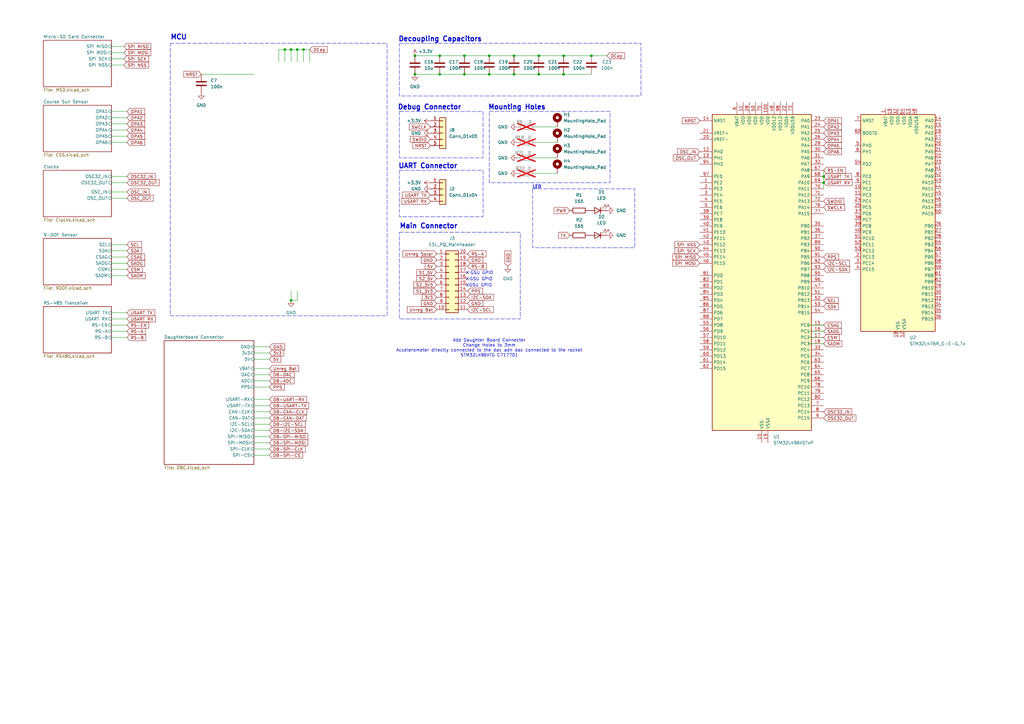
<source format=kicad_sch>
(kicad_sch (version 20231120) (generator "eeschema") (generator_version "8.0")
  (paper "A3")
  (title_block (title "ADCS OBC") (date "2024-04-18") (rev "V1") (comment 1 "22619291") (comment 2 "DP Theron"))
  (lib_symbols
    (symbol "+3.3V_1" (power) (pin_numbers hide) (pin_names (offset 0) hide)
      (property "Value" "+3.3V" (at 0 3.556 0))
      (symbol "+3.3V_1_1_1"
        (pin power_in line (at 0 0 90) (length 0) (name "~") (number "1"))
      )
    )
    (symbol "Connector_Generic:Conn_01x04" (pin_names (offset 1.016) hide)
      (property "Reference" "J" (at 0 5.08 0))
      (property "Value" "Conn_01x04" (at 0 -7.62 0))
      (symbol "Conn_01x04_1_1"
        (pin passive line (at -5.08 2.54 0) (length 3.81) (name "Pin_1") (number "1"))
        (pin passive line (at -5.08 0 0) (length 3.81) (name "Pin_2") (number "2"))
        (pin passive line (at -5.08 -2.54 0) (length 3.81) (name "Pin_3") (number "3"))
        (pin passive line (at -5.08 -5.08 0) (length 3.81) (name "Pin_4") (number "4"))
      )
    )
    (symbol "Connector_Generic:Conn_01x05" (pin_names (offset 1.016) hide)
      (property "Reference" "J" (at 0 7.62 0))
      (property "Value" "Conn_01x05" (at 0 -7.62 0))
      (symbol "Conn_01x05_1_1"
        (pin passive line (at -5.08 5.08 0) (length 3.81) (name "Pin_1") (number "1"))
        (pin passive line (at -5.08 2.54 0) (length 3.81) (name "Pin_2") (number "2"))
        (pin passive line (at -5.08 0 0) (length 3.81) (name "Pin_3") (number "3"))
        (pin passive line (at -5.08 -2.54 0) (length 3.81) (name "Pin_4") (number "4"))
        (pin passive line (at -5.08 -5.08 0) (length 3.81) (name "Pin_5") (number "5"))
      )
    )
    (symbol "Device:C" (pin_numbers hide) (pin_names (offset 0.254))
      (property "Reference" "C" (at 0.635 2.54 0))
      (property "Value" "C" (at 0.635 -2.54 0))
      (symbol "C_1_1"
        (pin passive line (at 0 3.81 270) (length 2.794) (name "~") (number "1"))
        (pin passive line (at 0 -3.81 90) (length 2.794) (name "~") (number "2"))
      )
    )
    (symbol "Device:LED" (pin_numbers hide) (pin_names (offset 1.016) hide)
      (property "Reference" "D" (at 0 2.54 0))
      (property "Value" "LED" (at 0 -2.54 0))
      (symbol "LED_1_1"
        (pin passive line (at -3.81 0 0) (length 2.54) (name "K") (number "1"))
        (pin passive line (at 3.81 0 180) (length 2.54) (name "A") (number "2"))
      )
    )
    (symbol "Device:R" (pin_numbers hide) (pin_names (offset 0))
      (property "Reference" "R" (at 2.032 0 90))
      (property "Value" "R" (at 0 0 90))
      (symbol "R_1_1"
        (pin passive line (at 0 3.81 270) (length 1.27) (name "~") (number "1"))
        (pin passive line (at 0 -3.81 90) (length 1.27) (name "~") (number "2"))
      )
    )
    (symbol "ESL_PQ:Conn_02x10_Counter_Clockwise" (pin_names (offset 1.016) hide)
      (property "Reference" "J" (at 1.27 12.7 0))
      (property "Value" "Conn_02x10_Counter_Clockwise" (at 1.27 -15.24 0))
      (symbol "Conn_02x10_Counter_Clockwise_1_1"
        (pin passive line (at -5.08 10.16 0) (length 3.81) (name "Pin_1") (number "1"))
        (pin passive line (at -5.08 -12.7 0) (length 3.81) (name "Pin_10") (number "10"))
        (pin passive line (at 7.62 -12.7 180) (length 3.81) (name "Pin_11") (number "11"))
        (pin passive line (at 7.62 -10.16 180) (length 3.81) (name "Pin_12") (number "12"))
        (pin passive line (at 7.62 -7.62 180) (length 3.81) (name "Pin_13") (number "13"))
        (pin passive line (at 7.62 -5.08 180) (length 3.81) (name "Pin_14") (number "14"))
        (pin passive line (at 7.62 -2.54 180) (length 3.81) (name "Pin_15") (number "15"))
        (pin passive line (at 7.62 0 180) (length 3.81) (name "Pin_16") (number "16"))
        (pin passive line (at 7.62 2.54 180) (length 3.81) (name "Pin_17") (number "17"))
        (pin passive line (at 7.62 5.08 180) (length 3.81) (name "Pin_18") (number "18"))
        (pin passive line (at 7.62 7.62 180) (length 3.81) (name "Pin_19") (number "19"))
        (pin passive line (at -5.08 7.62 0) (length 3.81) (name "Pin_2") (number "2"))
        (pin passive line (at 7.62 10.16 180) (length 3.81) (name "Pin_20") (number "20"))
        (pin passive line (at -5.08 5.08 0) (length 3.81) (name "Pin_3") (number "3"))
        (pin passive line (at -5.08 2.54 0) (length 3.81) (name "Pin_4") (number "4"))
        (pin passive line (at -5.08 0 0) (length 3.81) (name "Pin_5") (number "5"))
        (pin passive line (at -5.08 -2.54 0) (length 3.81) (name "Pin_6") (number "6"))
        (pin passive line (at -5.08 -5.08 0) (length 3.81) (name "Pin_7") (number "7"))
        (pin passive line (at -5.08 -7.62 0) (length 3.81) (name "Pin_8") (number "8"))
        (pin passive line (at -5.08 -10.16 0) (length 3.81) (name "Pin_9") (number "9"))
      )
    )
    (symbol "GND_1" (power) (pin_numbers hide) (pin_names (offset 0) hide)
      (property "Value" "GND" (at 0 -3.81 0))
      (symbol "GND_1_1_1"
        (pin power_in line (at 0 0 270) (length 0) (name "~") (number "1"))
      )
    )
    (symbol "GND_2" (power) (pin_numbers hide) (pin_names (offset 0) hide)
      (property "Value" "GND" (at 0 -3.81 0))
      (symbol "GND_2_1_1"
        (pin power_in line (at 0 0 270) (length 0) (name "~") (number "1"))
      )
    )
    (symbol "MCU_ST_STM32L4:STM32L476R_C-E-G_Tx"
      (property "Reference" "U" (at -15.24 46.99 0))
      (property "Value" "STM32L476R_C-E-G_Tx" (at 10.16 46.99 0))
      (symbol "STM32L476R_C-E-G_Tx_1_1"
        (pin power_in line (at -5.08 48.26 270) (length 2.54) (name "VBAT") (number "1"))
        (pin bidirectional line (at -17.78 15.24 0) (length 2.54) (name "PC2") (number "10"))
        (pin bidirectional line (at -17.78 12.7 0) (length 2.54) (name "PC3") (number "11"))
        (pin power_in line (at 2.54 -45.72 90) (length 2.54) (name "VSSA") (number "12"))
        (pin power_in line (at 5.08 48.26 270) (length 2.54) (name "VDDA") (number "13"))
        (pin bidirectional line (at 17.78 43.18 180) (length 2.54) (name "PA0") (number "14"))
        (pin bidirectional line (at 17.78 40.64 180) (length 2.54) (name "PA1") (number "15"))
        (pin bidirectional line (at 17.78 38.1 180) (length 2.54) (name "PA2") (number "16"))
        (pin bidirectional line (at 17.78 35.56 180) (length 2.54) (name "PA3") (number "17"))
        (pin power_in line (at 0 -45.72 90) (length 2.54) (name "VSS") (number "18"))
        (pin power_in line (at -2.54 48.26 270) (length 2.54) (name "VDD") (number "19"))
        (pin bidirectional line (at -17.78 -12.7 0) (length 2.54) (name "PC13") (number "2"))
        (pin bidirectional line (at 17.78 33.02 180) (length 2.54) (name "PA4") (number "20"))
        (pin bidirectional line (at 17.78 30.48 180) (length 2.54) (name "PA5") (number "21"))
        (pin bidirectional line (at 17.78 27.94 180) (length 2.54) (name "PA6") (number "22"))
        (pin bidirectional line (at 17.78 25.4 180) (length 2.54) (name "PA7") (number "23"))
        (pin bidirectional line (at -17.78 10.16 0) (length 2.54) (name "PC4") (number "24"))
        (pin bidirectional line (at -17.78 7.62 0) (length 2.54) (name "PC5") (number "25"))
        (pin bidirectional line (at 17.78 0 180) (length 2.54) (name "PB0") (number "26"))
        (pin bidirectional line (at 17.78 -2.54 180) (length 2.54) (name "PB1") (number "27"))
        (pin bidirectional line (at 17.78 -5.08 180) (length 2.54) (name "PB2") (number "28"))
        (pin bidirectional line (at 17.78 -25.4 180) (length 2.54) (name "PB10") (number "29"))
        (pin bidirectional line (at -17.78 -15.24 0) (length 2.54) (name "PC14") (number "3"))
        (pin bidirectional line (at 17.78 -27.94 180) (length 2.54) (name "PB11") (number "30"))
        (pin passive line (at 0 -45.72 90) (length 2.54) hide (name "VSS") (number "31"))
        (pin power_in line (at 0 48.26 270) (length 2.54) (name "VDD") (number "32"))
        (pin bidirectional line (at 17.78 -30.48 180) (length 2.54) (name "PB12") (number "33"))
        (pin bidirectional line (at 17.78 -33.02 180) (length 2.54) (name "PB13") (number "34"))
        (pin bidirectional line (at 17.78 -35.56 180) (length 2.54) (name "PB14") (number "35"))
        (pin bidirectional line (at 17.78 -38.1 180) (length 2.54) (name "PB15") (number "36"))
        (pin bidirectional line (at -17.78 5.08 0) (length 2.54) (name "PC6") (number "37"))
        (pin bidirectional line (at -17.78 2.54 0) (length 2.54) (name "PC7") (number "38"))
        (pin bidirectional line (at -17.78 0 0) (length 2.54) (name "PC8") (number "39"))
        (pin bidirectional line (at -17.78 -17.78 0) (length 2.54) (name "PC15") (number "4"))
        (pin bidirectional line (at -17.78 -2.54 0) (length 2.54) (name "PC9") (number "40"))
        (pin bidirectional line (at 17.78 22.86 180) (length 2.54) (name "PA8") (number "41"))
        (pin bidirectional line (at 17.78 20.32 180) (length 2.54) (name "PA9") (number "42"))
        (pin bidirectional line (at 17.78 17.78 180) (length 2.54) (name "PA10") (number "43"))
        (pin bidirectional line (at 17.78 15.24 180) (length 2.54) (name "PA11") (number "44"))
        (pin bidirectional line (at 17.78 12.7 180) (length 2.54) (name "PA12") (number "45"))
        (pin bidirectional line (at 17.78 10.16 180) (length 2.54) (name "PA13") (number "46"))
        (pin passive line (at 0 -45.72 90) (length 2.54) hide (name "VSS") (number "47"))
        (pin power_in line (at 7.62 48.26 270) (length 2.54) (name "VDDUSB") (number "48"))
        (pin bidirectional line (at 17.78 7.62 180) (length 2.54) (name "PA14") (number "49"))
        (pin bidirectional line (at -17.78 33.02 0) (length 2.54) (name "PH0") (number "5"))
        (pin bidirectional line (at 17.78 5.08 180) (length 2.54) (name "PA15") (number "50"))
        (pin bidirectional line (at -17.78 -5.08 0) (length 2.54) (name "PC10") (number "51"))
        (pin bidirectional line (at -17.78 -7.62 0) (length 2.54) (name "PC11") (number "52"))
        (pin bidirectional line (at -17.78 -10.16 0) (length 2.54) (name "PC12") (number "53"))
        (pin bidirectional line (at -17.78 25.4 0) (length 2.54) (name "PD2") (number "54"))
        (pin bidirectional line (at 17.78 -7.62 180) (length 2.54) (name "PB3") (number "55"))
        (pin bidirectional line (at 17.78 -10.16 180) (length 2.54) (name "PB4") (number "56"))
        (pin bidirectional line (at 17.78 -12.7 180) (length 2.54) (name "PB5") (number "57"))
        (pin bidirectional line (at 17.78 -15.24 180) (length 2.54) (name "PB6") (number "58"))
        (pin bidirectional line (at 17.78 -17.78 180) (length 2.54) (name "PB7") (number "59"))
        (pin bidirectional line (at -17.78 30.48 0) (length 2.54) (name "PH1") (number "6"))
        (pin input line (at -17.78 38.1 0) (length 2.54) (name "BOOT0") (number "60"))
        (pin bidirectional line (at 17.78 -20.32 180) (length 2.54) (name "PB8") (number "61"))
        (pin bidirectional line (at 17.78 -22.86 180) (length 2.54) (name "PB9") (number "62"))
        (pin passive line (at 0 -45.72 90) (length 2.54) hide (name "VSS") (number "63"))
        (pin power_in line (at 2.54 48.26 270) (length 2.54) (name "VDD") (number "64"))
        (pin input line (at -17.78 43.18 0) (length 2.54) (name "NRST") (number "7"))
        (pin bidirectional line (at -17.78 20.32 0) (length 2.54) (name "PC0") (number "8"))
        (pin bidirectional line (at -17.78 17.78 0) (length 2.54) (name "PC1") (number "9"))
      )
    )
    (symbol "MCU_ST_STM32L4:STM32L496VGTxP"
      (property "Reference" "U" (at -20.32 67.31 0))
      (property "Value" "STM32L496VGTxP" (at 15.24 67.31 0))
      (symbol "STM32L496VGTxP_1_1"
        (pin bidirectional line (at -25.4 38.1 0) (length 5.08) (name "PE2") (number "1"))
        (pin power_in line (at 0 -68.58 90) (length 5.08) (name "VSS") (number "10"))
        (pin power_in line (at 2.54 71.12 270) (length 5.08) (name "VDD") (number "100"))
        (pin power_in line (at -7.62 71.12 270) (length 5.08) (name "VDD") (number "11"))
        (pin bidirectional line (at -25.4 50.8 0) (length 5.08) (name "PH0") (number "12"))
        (pin bidirectional line (at -25.4 48.26 0) (length 5.08) (name "PH1") (number "13"))
        (pin input line (at -25.4 63.5 0) (length 5.08) (name "NRST") (number "14"))
        (pin bidirectional line (at 25.4 -20.32 180) (length 5.08) (name "PC0") (number "15"))
        (pin bidirectional line (at 25.4 -22.86 180) (length 5.08) (name "PC1") (number "16"))
        (pin bidirectional line (at 25.4 -25.4 180) (length 5.08) (name "PC2") (number "17"))
        (pin bidirectional line (at 25.4 -27.94 180) (length 5.08) (name "PC3") (number "18"))
        (pin power_in line (at 2.54 -68.58 90) (length 5.08) (name "VSSA") (number "19"))
        (pin bidirectional line (at -25.4 35.56 0) (length 5.08) (name "PE3") (number "2"))
        (pin input line (at -25.4 55.88 0) (length 5.08) (name "VREF-") (number "20"))
        (pin input line (at -25.4 58.42 0) (length 5.08) (name "VREF+") (number "21"))
        (pin power_in line (at 10.16 71.12 270) (length 5.08) (name "VDDA") (number "22"))
        (pin bidirectional line (at 25.4 63.5 180) (length 5.08) (name "PA0") (number "23"))
        (pin bidirectional line (at 25.4 60.96 180) (length 5.08) (name "PA1") (number "24"))
        (pin bidirectional line (at 25.4 58.42 180) (length 5.08) (name "PA2") (number "25"))
        (pin bidirectional line (at 25.4 55.88 180) (length 5.08) (name "PA3") (number "26"))
        (pin passive line (at 0 -68.58 90) (length 5.08) hide (name "VSS") (number "27"))
        (pin power_in line (at -5.08 71.12 270) (length 5.08) (name "VDD") (number "28"))
        (pin bidirectional line (at 25.4 53.34 180) (length 5.08) (name "PA4") (number "29"))
        (pin bidirectional line (at -25.4 33.02 0) (length 5.08) (name "PE4") (number "3"))
        (pin bidirectional line (at 25.4 50.8 180) (length 5.08) (name "PA5") (number "30"))
        (pin bidirectional line (at 25.4 48.26 180) (length 5.08) (name "PA6") (number "31"))
        (pin bidirectional line (at 25.4 45.72 180) (length 5.08) (name "PA7") (number "32"))
        (pin bidirectional line (at 25.4 -30.48 180) (length 5.08) (name "PC4") (number "33"))
        (pin bidirectional line (at 25.4 -33.02 180) (length 5.08) (name "PC5") (number "34"))
        (pin bidirectional line (at 25.4 20.32 180) (length 5.08) (name "PB0") (number "35"))
        (pin bidirectional line (at 25.4 17.78 180) (length 5.08) (name "PB1") (number "36"))
        (pin bidirectional line (at 25.4 15.24 180) (length 5.08) (name "PB2") (number "37"))
        (pin bidirectional line (at -25.4 25.4 0) (length 5.08) (name "PE7") (number "38"))
        (pin bidirectional line (at -25.4 22.86 0) (length 5.08) (name "PE8") (number "39"))
        (pin bidirectional line (at -25.4 30.48 0) (length 5.08) (name "PE5") (number "4"))
        (pin bidirectional line (at -25.4 20.32 0) (length 5.08) (name "PE9") (number "40"))
        (pin bidirectional line (at -25.4 17.78 0) (length 5.08) (name "PE10") (number "41"))
        (pin bidirectional line (at -25.4 15.24 0) (length 5.08) (name "PE11") (number "42"))
        (pin bidirectional line (at -25.4 12.7 0) (length 5.08) (name "PE12") (number "43"))
        (pin bidirectional line (at -25.4 10.16 0) (length 5.08) (name "PE13") (number "44"))
        (pin bidirectional line (at -25.4 7.62 0) (length 5.08) (name "PE14") (number "45"))
        (pin bidirectional line (at -25.4 5.08 0) (length 5.08) (name "PE15") (number "46"))
        (pin bidirectional line (at 25.4 -5.08 180) (length 5.08) (name "PB10") (number "47"))
        (pin power_in line (at 5.08 71.12 270) (length 5.08) (name "VDD12") (number "48"))
        (pin passive line (at 0 -68.58 90) (length 5.08) hide (name "VSS") (number "49"))
        (pin bidirectional line (at -25.4 27.94 0) (length 5.08) (name "PE6") (number "5"))
        (pin power_in line (at -2.54 71.12 270) (length 5.08) (name "VDD") (number "50"))
        (pin bidirectional line (at 25.4 -7.62 180) (length 5.08) (name "PB12") (number "51"))
        (pin bidirectional line (at 25.4 -10.16 180) (length 5.08) (name "PB13") (number "52"))
        (pin bidirectional line (at 25.4 -12.7 180) (length 5.08) (name "PB14") (number "53"))
        (pin bidirectional line (at 25.4 -15.24 180) (length 5.08) (name "PB15") (number "54"))
        (pin bidirectional line (at -25.4 -20.32 0) (length 5.08) (name "PD8") (number "55"))
        (pin bidirectional line (at -25.4 -22.86 0) (length 5.08) (name "PD9") (number "56"))
        (pin bidirectional line (at -25.4 -25.4 0) (length 5.08) (name "PD10") (number "57"))
        (pin bidirectional line (at -25.4 -27.94 0) (length 5.08) (name "PD11") (number "58"))
        (pin bidirectional line (at -25.4 -30.48 0) (length 5.08) (name "PD12") (number "59"))
        (pin power_in line (at -10.16 71.12 270) (length 5.08) (name "VBAT") (number "6"))
        (pin bidirectional line (at -25.4 -33.02 0) (length 5.08) (name "PD13") (number "60"))
        (pin bidirectional line (at -25.4 -35.56 0) (length 5.08) (name "PD14") (number "61"))
        (pin bidirectional line (at -25.4 -38.1 0) (length 5.08) (name "PD15") (number "62"))
        (pin bidirectional line (at 25.4 -35.56 180) (length 5.08) (name "PC6") (number "63"))
        (pin bidirectional line (at 25.4 -38.1 180) (length 5.08) (name "PC7") (number "64"))
        (pin bidirectional line (at 25.4 -40.64 180) (length 5.08) (name "PC8") (number "65"))
        (pin bidirectional line (at 25.4 -43.18 180) (length 5.08) (name "PC9") (number "66"))
        (pin bidirectional line (at 25.4 43.18 180) (length 5.08) (name "PA8") (number "67"))
        (pin bidirectional line (at 25.4 40.64 180) (length 5.08) (name "PA9") (number "68"))
        (pin bidirectional line (at 25.4 38.1 180) (length 5.08) (name "PA10") (number "69"))
        (pin bidirectional line (at 25.4 -53.34 180) (length 5.08) (name "PC13") (number "7"))
        (pin bidirectional line (at 25.4 35.56 180) (length 5.08) (name "PA11") (number "70"))
        (pin bidirectional line (at 25.4 33.02 180) (length 5.08) (name "PA12") (number "71"))
        (pin bidirectional line (at 25.4 30.48 180) (length 5.08) (name "PA13") (number "72"))
        (pin power_in line (at 12.7 71.12 270) (length 5.08) (name "VDDUSB") (number "73"))
        (pin passive line (at 0 -68.58 90) (length 5.08) hide (name "VSS") (number "74"))
        (pin power_in line (at 0 71.12 270) (length 5.08) (name "VDD") (number "75"))
        (pin bidirectional line (at 25.4 27.94 180) (length 5.08) (name "PA14") (number "76"))
        (pin bidirectional line (at 25.4 25.4 180) (length 5.08) (name "PA15") (number "77"))
        (pin bidirectional line (at 25.4 -45.72 180) (length 5.08) (name "PC10") (number "78"))
        (pin bidirectional line (at 25.4 -48.26 180) (length 5.08) (name "PC11") (number "79"))
        (pin bidirectional line (at 25.4 -55.88 180) (length 5.08) (name "PC14") (number "8"))
        (pin bidirectional line (at 25.4 -50.8 180) (length 5.08) (name "PC12") (number "80"))
        (pin bidirectional line (at -25.4 0 0) (length 5.08) (name "PD0") (number "81"))
        (pin bidirectional line (at -25.4 -2.54 0) (length 5.08) (name "PD1") (number "82"))
        (pin bidirectional line (at -25.4 -5.08 0) (length 5.08) (name "PD2") (number "83"))
        (pin bidirectional line (at -25.4 -7.62 0) (length 5.08) (name "PD3") (number "84"))
        (pin bidirectional line (at -25.4 -10.16 0) (length 5.08) (name "PD4") (number "85"))
        (pin bidirectional line (at -25.4 -12.7 0) (length 5.08) (name "PD5") (number "86"))
        (pin bidirectional line (at -25.4 -15.24 0) (length 5.08) (name "PD6") (number "87"))
        (pin bidirectional line (at -25.4 -17.78 0) (length 5.08) (name "PD7") (number "88"))
        (pin bidirectional line (at 25.4 12.7 180) (length 5.08) (name "PB3") (number "89"))
        (pin bidirectional line (at 25.4 -58.42 180) (length 5.08) (name "PC15") (number "9"))
        (pin bidirectional line (at 25.4 10.16 180) (length 5.08) (name "PB4") (number "90"))
        (pin bidirectional line (at 25.4 7.62 180) (length 5.08) (name "PB5") (number "91"))
        (pin bidirectional line (at 25.4 5.08 180) (length 5.08) (name "PB6") (number "92"))
        (pin bidirectional line (at 25.4 2.54 180) (length 5.08) (name "PB7") (number "93"))
        (pin bidirectional line (at -25.4 45.72 0) (length 5.08) (name "PH3") (number "94"))
        (pin bidirectional line (at 25.4 0 180) (length 5.08) (name "PB8") (number "95"))
        (pin bidirectional line (at 25.4 -2.54 180) (length 5.08) (name "PB9") (number "96"))
        (pin bidirectional line (at -25.4 40.64 0) (length 5.08) (name "PE0") (number "97"))
        (pin power_in line (at 7.62 71.12 270) (length 5.08) (name "VDD12") (number "98"))
        (pin passive line (at 0 -68.58 90) (length 5.08) hide (name "VSS") (number "99"))
      )
    )
    (symbol "Mechanical:MountingHole_Pad" (pin_numbers hide) (pin_names (offset 1.016) hide) (exclude_from_sim yes) (in_bom no)
      (property "Reference" "H" (at 0 6.35 0))
      (property "Value" "MountingHole_Pad" (at 0 4.445 0))
      (symbol "MountingHole_Pad_1_1"
        (pin input line (at 0 -2.54 90) (length 2.54) (name "1") (number "1"))
      )
    )
    (symbol "power:+3.3V" (power) (pin_names (offset 0))
      (property "Value" "+3.3V" (at 0 3.556 0))
      (symbol "+3.3V_1_1"
        (pin power_in line (at 0 0 90) (length 0) hide (name "+3.3V") (number "1"))
      )
    )
    (symbol "power:GND" (power) (pin_names (offset 0))
      (property "Value" "GND" (at 0 -3.81 0))
      (symbol "GND_1_1"
        (pin power_in line (at 0 0 270) (length 0) hide (name "GND") (number "1"))
      )
    )
  )
  (junction (at 242.57 22.86))
  (junction (at 180.34 22.86))
  (junction (at 337.82 74.93))
  (junction (at 180.34 30.48))
  (junction (at 231.14 30.48))
  (junction (at 220.98 22.86))
  (junction (at 121.92 20.32))
  (junction (at 210.82 22.86))
  (junction (at 190.5 30.48))
  (junction (at 190.5 22.86))
  (junction (at 337.82 72.39))
  (junction (at 170.18 30.48))
  (junction (at 220.98 30.48))
  (junction (at 200.66 30.48))
  (junction (at 210.82 30.48))
  (junction (at 119.38 123.19))
  (junction (at 200.66 22.86))
  (junction (at 119.38 20.32))
  (junction (at 231.14 22.86))
  (junction (at 116.84 20.32))
  (junction (at 170.18 22.86))
  (junction (at 124.46 20.32))
  (no_connect (at 191.77 116.84))
  (no_connect (at 191.77 111.76))
  (no_connect (at 191.77 114.3))
  (wire (pts (xy 190.5 30.48) (xy 200.66 30.48)))
  (wire (pts (xy 337.82 72.39) (xy 337.82 74.93)))
  (wire (pts (xy 116.84 20.32) (xy 116.84 25.4)))
  (wire (pts (xy 170.18 22.86) (xy 180.34 22.86)))
  (wire (pts (xy 104.14 163.83) (xy 110.49 163.83)))
  (wire (pts (xy 121.92 20.32) (xy 121.92 25.4)))
  (wire (pts (xy 45.72 113.03) (xy 52.07 113.03)))
  (wire (pts (xy 219.71 64.77) (xy 228.6 64.77)))
  (wire (pts (xy 331.47 133.35) (xy 337.82 133.35)))
  (wire (pts (xy 127 20.32) (xy 124.46 20.32)))
  (wire (pts (xy 45.72 130.81) (xy 52.07 130.81)))
  (wire (pts (xy 45.72 48.26) (xy 52.07 48.26)))
  (wire (pts (xy 82.55 30.48) (xy 104.14 30.48)))
  (wire (pts (xy 219.71 52.07) (xy 228.6 52.07)))
  (wire (pts (xy 127 25.4) (xy 127 20.32)))
  (wire (pts (xy 116.84 20.32) (xy 114.3 20.32)))
  (wire (pts (xy 45.72 74.93) (xy 52.07 74.93)))
  (wire (pts (xy 104.14 151.13) (xy 110.49 151.13)))
  (wire (pts (xy 220.98 30.48) (xy 231.14 30.48)))
  (wire (pts (xy 45.72 55.88) (xy 52.07 55.88)))
  (wire (pts (xy 104.14 179.07) (xy 110.49 179.07)))
  (wire (pts (xy 45.72 128.27) (xy 52.07 128.27)))
  (wire (pts (xy 210.82 30.48) (xy 220.98 30.48)))
  (wire (pts (xy 104.14 168.91) (xy 110.49 168.91)))
  (wire (pts (xy 45.72 24.13) (xy 50.8 24.13)))
  (wire (pts (xy 200.66 30.48) (xy 210.82 30.48)))
  (wire (pts (xy 104.14 158.75) (xy 110.49 158.75)))
  (wire (pts (xy 45.72 133.35) (xy 52.07 133.35)))
  (wire (pts (xy 45.72 107.95) (xy 52.07 107.95)))
  (wire (pts (xy 200.66 22.86) (xy 210.82 22.86)))
  (wire (pts (xy 45.72 78.74) (xy 52.07 78.74)))
  (wire (pts (xy 104.14 173.99) (xy 110.49 173.99)))
  (wire (pts (xy 119.38 123.19) (xy 121.92 123.19)))
  (wire (pts (xy 219.71 71.12) (xy 228.6 71.12)))
  (wire (pts (xy 45.72 102.87) (xy 52.07 102.87)))
  (wire (pts (xy 45.72 53.34) (xy 52.07 53.34)))
  (wire (pts (xy 104.14 144.78) (xy 110.49 144.78)))
  (wire (pts (xy 114.3 20.32) (xy 114.3 25.4)))
  (wire (pts (xy 45.72 110.49) (xy 52.07 110.49)))
  (wire (pts (xy 45.72 50.8) (xy 52.07 50.8)))
  (wire (pts (xy 331.47 135.89) (xy 337.82 135.89)))
  (wire (pts (xy 45.72 72.39) (xy 52.07 72.39)))
  (wire (pts (xy 45.72 58.42) (xy 52.07 58.42)))
  (wire (pts (xy 231.14 22.86) (xy 242.57 22.86)))
  (wire (pts (xy 45.72 100.33) (xy 52.07 100.33)))
  (wire (pts (xy 104.14 184.15) (xy 110.49 184.15)))
  (wire (pts (xy 45.72 135.89) (xy 52.07 135.89)))
  (wire (pts (xy 116.84 20.32) (xy 119.38 20.32)))
  (wire (pts (xy 337.82 69.85) (xy 337.82 72.39)))
  (wire (pts (xy 331.47 138.43) (xy 337.82 138.43)))
  (wire (pts (xy 231.14 30.48) (xy 242.57 30.48)))
  (wire (pts (xy 121.92 123.19) (xy 121.92 119.38)))
  (wire (pts (xy 104.14 181.61) (xy 110.49 181.61)))
  (wire (pts (xy 104.14 171.45) (xy 110.49 171.45)))
  (wire (pts (xy 104.14 186.69) (xy 110.49 186.69)))
  (wire (pts (xy 210.82 22.86) (xy 220.98 22.86)))
  (wire (pts (xy 45.72 105.41) (xy 52.07 105.41)))
  (wire (pts (xy 45.72 45.72) (xy 52.07 45.72)))
  (wire (pts (xy 45.72 138.43) (xy 52.07 138.43)))
  (wire (pts (xy 180.34 30.48) (xy 190.5 30.48)))
  (wire (pts (xy 190.5 22.86) (xy 200.66 22.86)))
  (wire (pts (xy 104.14 147.32) (xy 110.49 147.32)))
  (wire (pts (xy 219.71 58.42) (xy 228.6 58.42)))
  (wire (pts (xy 104.14 166.37) (xy 110.49 166.37)))
  (wire (pts (xy 104.14 153.67) (xy 110.49 153.67)))
  (wire (pts (xy 104.14 142.24) (xy 110.49 142.24)))
  (wire (pts (xy 45.72 26.67) (xy 50.8 26.67)))
  (wire (pts (xy 220.98 22.86) (xy 231.14 22.86)))
  (wire (pts (xy 45.72 81.28) (xy 52.07 81.28)))
  (wire (pts (xy 124.46 20.32) (xy 124.46 25.4)))
  (wire (pts (xy 331.47 140.97) (xy 337.82 140.97)))
  (wire (pts (xy 45.72 21.59) (xy 50.8 21.59)))
  (wire (pts (xy 104.14 156.21) (xy 110.49 156.21)))
  (wire (pts (xy 119.38 119.38) (xy 119.38 123.19)))
  (wire (pts (xy 119.38 20.32) (xy 121.92 20.32)))
  (wire (pts (xy 180.34 22.86) (xy 190.5 22.86)))
  (wire (pts (xy 119.38 20.32) (xy 119.38 25.4)))
  (wire (pts (xy 242.57 22.86) (xy 248.92 22.86)))
  (wire (pts (xy 104.14 176.53) (xy 110.49 176.53)))
  (wire (pts (xy 124.46 20.32) (xy 121.92 20.32)))
  (wire (pts (xy 337.82 74.93) (xy 337.82 77.47)))
  (wire (pts (xy 170.18 30.48) (xy 180.34 30.48)))
  (wire (pts (xy 45.72 19.05) (xy 50.8 19.05)))
  (rectangle (start 200.66 45.72) (end 250.19 74.93) (stroke (width 0) (type dash)))
  (rectangle (start 163.83 95.25) (end 213.36 130.81) (stroke (width 0) (type dash)))
  (rectangle (start 163.83 69.85) (end 198.12 88.9) (stroke (width 0) (type dash)))
  (rectangle (start 69.85 17.78) (end 158.75 129.54) (stroke (width 0) (type dash)))
  (rectangle (start 163.83 17.78) (end 262.89 39.37) (stroke (width 0) (type dash)))
  (rectangle (start 163.83 45.72) (end 198.12 64.77) (stroke (width 0) (type dash)))
  (rectangle (start 218.44 77.47) (end 260.35 101.6) (stroke (width 0) (type dash)))
  (text "GSU GPIO" (at 197.104 117.094 0) (effects (font (size 1.27 1.27))))
  (text "UART Connector" (at 163.322 69.342 0) (effects (font (size 2 2) (thickness 0.4) (bold yes)) (justify left bottom)))
  (text "LED" (at 220.218 76.708 0) (effects (font (size 1.27 1.27) (thickness 0.254) (bold yes))))
  (text "Decoupling Capacitors" (at 163.322 17.272 0) (effects (font (size 2 2) (bold yes)) (justify left bottom)))
  (text "Mounting Holes" (at 200.152 45.212 0) (effects (font (size 2 2) (thickness 0.4) (bold yes)) (justify left bottom)))
  (text "GSU GPIO" (at 197.612 112.014 0) (effects (font (size 1.27 1.27))))
  (text "Debug Connector" (at 163.068 45.212 0) (effects (font (size 2 2) (thickness 0.4) (bold yes)) (justify left bottom)))
  (text "Add Daughter Board Connecter\nChange Holes to 3mm\nAccelerometer directly connected to the dac adn dac connected to the rocket\nSTM32L496VTG C717701" (at 200.66 142.748 0) (effects (font (size 1.27 1.27))))
  (text "Main Connector" (at 163.83 93.98 0) (effects (font (size 2 2) (thickness 0.4) (bold yes)) (justify left bottom)))
  (text "GSU GPIO" (at 197.358 114.554 0) (effects (font (size 1.27 1.27))))
  (text "MCU" (at 69.85 16.51 0) (effects (font (size 2 2) (bold yes)) (justify left bottom)))
  (global_label "OPA6" (shape input) (at 337.82 62.23 0) (property "Intersheetrefs" "${INTERSHEET_REFS}" (effects (hide yes))))
  (global_label "USART RX" (shape input) (at 52.07 130.81 0) (property "Intersheetrefs" "${INTERSHEET_REFS}" (effects (hide yes))))
  (global_label "OSC32_OUT" (shape input) (at 52.07 74.93 0) (property "Intersheetrefs" "${INTERSHEET_REFS}" (effects (hide yes))))
  (global_label "RS-EN" (shape input) (at 337.82 69.85 0) (property "Intersheetrefs" "${INTERSHEET_REFS}" (effects (hide yes))))
  (global_label "SWDIO" (shape input) (at 176.53 57.15 180) (property "Intersheetrefs" "${INTERSHEET_REFS}" (effects (hide yes))))
  (global_label "RS-B" (shape input) (at 52.07 138.43 0) (property "Intersheetrefs" "${INTERSHEET_REFS}" (effects (hide yes))))
  (global_label "SWCLK" (shape input) (at 337.82 85.09 0) (property "Intersheetrefs" "${INTERSHEET_REFS}" (effects (hide yes))))
  (global_label "RS-A" (shape input) (at 52.07 135.89 0) (property "Intersheetrefs" "${INTERSHEET_REFS}" (effects (hide yes))))
  (global_label "DB-CAN-CLK" (shape input) (at 110.49 168.91 0) (property "Intersheetrefs" "${INTERSHEET_REFS}" (effects (hide yes))))
  (global_label "SPI MOSI" (shape input) (at 50.8 21.59 0) (property "Intersheetrefs" "${INTERSHEET_REFS}" (effects (hide yes))))
  (global_label "S1_5V" (shape input) (at 179.07 111.76 180) (property "Intersheetrefs" "${INTERSHEET_REFS}" (effects (hide yes))))
  (global_label "GND" (shape input) (at 191.77 124.46 0) (property "Intersheetrefs" "${INTERSHEET_REFS}" (effects (hide yes))))
  (global_label "SCL" (shape input) (at 337.82 123.19 0) (property "Intersheetrefs" "${INTERSHEET_REFS}" (effects (hide yes))))
  (global_label "DB-UART-RX" (shape input) (at 110.49 163.83 0) (property "Intersheetrefs" "${INTERSHEET_REFS}" (effects (hide yes))))
  (global_label "OPA4" (shape input) (at 52.07 53.34 0) (property "Intersheetrefs" "${INTERSHEET_REFS}" (effects (hide yes))))
  (global_label "USART TX" (shape input) (at 176.53 80.01 180) (property "Intersheetrefs" "${INTERSHEET_REFS}" (effects (hide yes))))
  (global_label "SPI NSS" (shape input) (at 50.8 26.67 0) (property "Intersheetrefs" "${INTERSHEET_REFS}" (effects (hide yes))))
  (global_label "OPA1" (shape input) (at 337.82 49.53 0) (property "Intersheetrefs" "${INTERSHEET_REFS}" (effects (hide yes))))
  (global_label "PPS" (shape input) (at 337.82 105.41 0) (property "Intersheetrefs" "${INTERSHEET_REFS}" (effects (hide yes))))
  (global_label "OSC_OUT" (shape input) (at 287.02 64.77 180) (property "Intersheetrefs" "${INTERSHEET_REFS}" (effects (hide yes))))
  (global_label "CSM" (shape input) (at 52.07 110.49 0) (property "Intersheetrefs" "${INTERSHEET_REFS}" (effects (hide yes))))
  (global_label "S2_3V3" (shape input) (at 179.07 116.84 180) (property "Intersheetrefs" "${INTERSHEET_REFS}" (effects (hide yes))))
  (global_label "SPI MISO" (shape input) (at 50.8 19.05 0) (property "Intersheetrefs" "${INTERSHEET_REFS}" (effects (hide yes))))
  (global_label "GND" (shape input) (at 110.49 142.24 0) (property "Intersheetrefs" "${INTERSHEET_REFS}" (effects (hide yes))))
  (global_label "SPI MISO" (shape input) (at 287.02 105.41 180) (property "Intersheetrefs" "${INTERSHEET_REFS}" (effects (hide yes))))
  (global_label "OSC32_OUT" (shape input) (at 337.82 171.45 0) (property "Intersheetrefs" "${INTERSHEET_REFS}" (effects (hide yes))))
  (global_label "SPI NSS" (shape input) (at 287.02 100.33 180) (property "Intersheetrefs" "${INTERSHEET_REFS}" (effects (hide yes))))
  (global_label "CSAG" (shape input) (at 337.82 133.35 0) (property "Intersheetrefs" "${INTERSHEET_REFS}" (effects (hide yes))))
  (global_label "I2C-SCL" (shape input) (at 191.77 127 0) (property "Intersheetrefs" "${INTERSHEET_REFS}" (effects (hide yes))))
  (global_label "SDA" (shape input) (at 52.07 102.87 0) (property "Intersheetrefs" "${INTERSHEET_REFS}" (effects (hide yes))))
  (global_label "SAOG" (shape input) (at 52.07 107.95 0) (property "Intersheetrefs" "${INTERSHEET_REFS}" (effects (hide yes))))
  (global_label "RS-B" (shape input) (at 191.77 109.22 0) (property "Intersheetrefs" "${INTERSHEET_REFS}" (effects (hide yes))))
  (global_label "RS-A" (shape input) (at 191.77 104.14 0) (property "Intersheetrefs" "${INTERSHEET_REFS}" (effects (hide yes))))
  (global_label "NRST" (shape input) (at 176.53 59.69 180) (property "Intersheetrefs" "${INTERSHEET_REFS}" (effects (hide yes))))
  (global_label "OPA4" (shape input) (at 337.82 57.15 0) (property "Intersheetrefs" "${INTERSHEET_REFS}" (effects (hide yes))))
  (global_label "SAOM" (shape input) (at 52.07 113.03 0) (property "Intersheetrefs" "${INTERSHEET_REFS}" (effects (hide yes))))
  (global_label "SAOM" (shape input) (at 337.82 140.97 0) (property "Intersheetrefs" "${INTERSHEET_REFS}" (effects (hide yes))))
  (global_label "OPA5" (shape input) (at 337.82 59.69 0) (property "Intersheetrefs" "${INTERSHEET_REFS}" (effects (hide yes))))
  (global_label "Unreg Bat" (shape input) (at 110.49 151.13 0) (property "Intersheetrefs" "${INTERSHEET_REFS}" (effects (hide yes))))
  (global_label "OPA3" (shape input) (at 52.07 50.8 0) (property "Intersheetrefs" "${INTERSHEET_REFS}" (effects (hide yes))))
  (global_label "OPA2" (shape input) (at 52.07 48.26 0) (property "Intersheetrefs" "${INTERSHEET_REFS}" (effects (hide yes))))
  (global_label "GND" (shape input) (at 191.77 106.68 0) (property "Intersheetrefs" "${INTERSHEET_REFS}" (effects (hide yes))))
  (global_label "RS-EN" (shape input) (at 52.07 133.35 0) (property "Intersheetrefs" "${INTERSHEET_REFS}" (effects (hide yes))))
  (global_label "3V3" (shape input) (at 179.07 121.92 180) (property "Intersheetrefs" "${INTERSHEET_REFS}" (effects (hide yes))))
  (global_label "OPA2" (shape input) (at 337.82 52.07 0) (property "Intersheetrefs" "${INTERSHEET_REFS}" (effects (hide yes))))
  (global_label "PPS" (shape input) (at 191.77 119.38 0) (property "Intersheetrefs" "${INTERSHEET_REFS}" (effects (hide yes))))
  (global_label "I2C-SDA" (shape input) (at 191.77 121.92 0) (property "Intersheetrefs" "${INTERSHEET_REFS}" (effects (hide yes))))
  (global_label "OSC_IN" (shape input) (at 52.07 78.74 0) (property "Intersheetrefs" "${INTERSHEET_REFS}" (effects (hide yes))))
  (global_label "PWR" (shape input) (at 233.68 86.36 180) (property "Intersheetrefs" "${INTERSHEET_REFS}" (effects (hide yes))))
  (global_label "NRST" (shape input) (at 82.55 30.48 180) (property "Intersheetrefs" "${INTERSHEET_REFS}" (effects (hide yes))))
  (global_label "I2C-SDA" (shape input) (at 337.82 110.49 0) (property "Intersheetrefs" "${INTERSHEET_REFS}" (effects (hide yes))))
  (global_label "OPA5" (shape input) (at 52.07 55.88 0) (property "Intersheetrefs" "${INTERSHEET_REFS}" (effects (hide yes))))
  (global_label "DB-DAC" (shape input) (at 110.49 153.67 0) (property "Intersheetrefs" "${INTERSHEET_REFS}" (effects (hide yes))))
  (global_label "OPA6" (shape input) (at 52.07 58.42 0) (property "Intersheetrefs" "${INTERSHEET_REFS}" (effects (hide yes))))
  (global_label "SWCLK" (shape input) (at 176.53 52.07 180) (property "Intersheetrefs" "${INTERSHEET_REFS}" (effects (hide yes))))
  (global_label "OSC32_IN" (shape input) (at 52.07 72.39 0) (property "Intersheetrefs" "${INTERSHEET_REFS}" (effects (hide yes))))
  (global_label "3V3" (shape input) (at 110.49 144.78 0) (property "Intersheetrefs" "${INTERSHEET_REFS}" (effects (hide yes))))
  (global_label "NRST" (shape input) (at 287.02 49.53 180) (property "Intersheetrefs" "${INTERSHEET_REFS}" (effects (hide yes))))
  (global_label "TX" (shape input) (at 233.68 96.52 180) (property "Intersheetrefs" "${INTERSHEET_REFS}" (effects (hide yes))))
  (global_label "DB-CAN-DAT" (shape input) (at 110.49 171.45 0) (property "Intersheetrefs" "${INTERSHEET_REFS}" (effects (hide yes))))
  (global_label "CSM" (shape input) (at 337.82 138.43 0) (property "Intersheetrefs" "${INTERSHEET_REFS}" (effects (hide yes))))
  (global_label "I2C-SCL" (shape input) (at 337.82 107.95 0) (property "Intersheetrefs" "${INTERSHEET_REFS}" (effects (hide yes))))
  (global_label "SPI SCK" (shape input) (at 287.02 102.87 180) (property "Intersheetrefs" "${INTERSHEET_REFS}" (effects (hide yes))))
  (global_label "OSC_IN" (shape input) (at 287.02 62.23 180) (property "Intersheetrefs" "${INTERSHEET_REFS}" (effects (hide yes))))
  (global_label "GND" (shape input) (at 179.07 106.68 180) (property "Intersheetrefs" "${INTERSHEET_REFS}" (effects (hide yes))))
  (global_label "DCap" (shape input) (at 248.92 22.86 0) (property "Intersheetrefs" "${INTERSHEET_REFS}" (effects (hide yes))))
  (global_label "GND" (shape input) (at 179.07 124.46 180) (property "Intersheetrefs" "${INTERSHEET_REFS}" (effects (hide yes))))
  (global_label "CSAG" (shape input) (at 52.07 105.41 0) (property "Intersheetrefs" "${INTERSHEET_REFS}" (effects (hide yes))))
  (global_label "SDA" (shape input) (at 337.82 125.73 0) (property "Intersheetrefs" "${INTERSHEET_REFS}" (effects (hide yes))))
  (global_label "DB-ADC" (shape input) (at 110.49 156.21 0) (property "Intersheetrefs" "${INTERSHEET_REFS}" (effects (hide yes))))
  (global_label "DB-USART-TX" (shape input) (at 110.49 166.37 0) (property "Intersheetrefs" "${INTERSHEET_REFS}" (effects (hide yes))))
  (global_label "SPI MOSI" (shape input) (at 287.02 107.95 180) (property "Intersheetrefs" "${INTERSHEET_REFS}" (effects (hide yes))))
  (global_label "SCL" (shape input) (at 52.07 100.33 0) (property "Intersheetrefs" "${INTERSHEET_REFS}" (effects (hide yes))))
  (global_label "Unreg Solar" (shape input) (at 179.07 104.14 180) (property "Intersheetrefs" "${INTERSHEET_REFS}" (effects (hide yes))))
  (global_label "DB-SPI-MISO" (shape input) (at 110.49 179.07 0) (property "Intersheetrefs" "${INTERSHEET_REFS}" (effects (hide yes))))
  (global_label "Unreg Bat" (shape input) (at 179.07 127 180) (property "Intersheetrefs" "${INTERSHEET_REFS}" (effects (hide yes))))
  (global_label "DB-I2C-SCL" (shape input) (at 110.49 173.99 0) (property "Intersheetrefs" "${INTERSHEET_REFS}" (effects (hide yes))))
  (global_label "DB-I2C-SDA" (shape input) (at 110.49 176.53 0) (property "Intersheetrefs" "${INTERSHEET_REFS}" (effects (hide yes))))
  (global_label "USART TX" (shape input) (at 337.82 72.39 0) (property "Intersheetrefs" "${INTERSHEET_REFS}" (effects (hide yes))))
  (global_label "5V" (shape input) (at 179.07 109.22 180) (property "Intersheetrefs" "${INTERSHEET_REFS}" (effects (hide yes))))
  (global_label "DB-SPI-MOSI" (shape input) (at 110.49 181.61 0) (property "Intersheetrefs" "${INTERSHEET_REFS}" (effects (hide yes))))
  (global_label "SPI SCK" (shape input) (at 50.8 24.13 0) (property "Intersheetrefs" "${INTERSHEET_REFS}" (effects (hide yes))))
  (global_label "USART RX" (shape input) (at 176.53 82.55 180) (property "Intersheetrefs" "${INTERSHEET_REFS}" (effects (hide yes))))
  (global_label "SAOG" (shape input) (at 337.82 135.89 0) (property "Intersheetrefs" "${INTERSHEET_REFS}" (effects (hide yes))))
  (global_label "DB-SPI-CLK" (shape input) (at 110.49 184.15 0) (property "Intersheetrefs" "${INTERSHEET_REFS}" (effects (hide yes))))
  (global_label "USART TX" (shape input) (at 52.07 128.27 0) (property "Intersheetrefs" "${INTERSHEET_REFS}" (effects (hide yes))))
  (global_label "OPA1" (shape input) (at 52.07 45.72 0) (property "Intersheetrefs" "${INTERSHEET_REFS}" (effects (hide yes))))
  (global_label "OPA3" (shape input) (at 337.82 54.61 0) (property "Intersheetrefs" "${INTERSHEET_REFS}" (effects (hide yes))))
  (global_label "S2_5V" (shape input) (at 179.07 114.3 180) (property "Intersheetrefs" "${INTERSHEET_REFS}" (effects (hide yes))))
  (global_label "5V" (shape input) (at 110.49 147.32 0) (property "Intersheetrefs" "${INTERSHEET_REFS}" (effects (hide yes))))
  (global_label "S1_3V3" (shape input) (at 179.07 119.38 180) (property "Intersheetrefs" "${INTERSHEET_REFS}" (effects (hide yes))))
  (global_label "DB-SPI-CS" (shape input) (at 110.49 186.69 0) (property "Intersheetrefs" "${INTERSHEET_REFS}" (effects (hide yes))))
  (global_label "OSC_OUT" (shape input) (at 52.07 81.28 0) (property "Intersheetrefs" "${INTERSHEET_REFS}" (effects (hide yes))))
  (global_label "DCap" (shape input) (at 127 20.32 0) (property "Intersheetrefs" "${INTERSHEET_REFS}" (effects (hide yes))))
  (global_label "USART RX" (shape input) (at 337.82 74.93 0) (property "Intersheetrefs" "${INTERSHEET_REFS}" (effects (hide yes))))
  (global_label "GND" (shape input) (at 208.28 109.22 90) (property "Intersheetrefs" "${INTERSHEET_REFS}" (effects (hide yes))))
  (global_label "OSC32_IN" (shape input) (at 337.82 168.91 0) (property "Intersheetrefs" "${INTERSHEET_REFS}" (effects (hide yes))))
  (global_label "SWDIO" (shape input) (at 337.82 82.55 0) (property "Intersheetrefs" "${INTERSHEET_REFS}" (effects (hide yes))))
  (global_label "PPS" (shape input) (at 110.49 158.75 0) (property "Intersheetrefs" "${INTERSHEET_REFS}" (effects (hide yes))))
  (symbol (lib_id "Device:LED") (at 245.11 86.36 180) (unit 1)
    (property "Reference" "D1" (at 246.6975 78.74 0))
    (property "Value" "LED" (at 246.6975 81.28 0))
    (property "Footprint" "LED_SMD:LED_0603_1608Metric" (effects (hide yes)))
    (property "Description" "Light emitting diode" (effects (hide yes)))
    (property "JLCPCB #" "C138543" (effects (hide yes)))
  )
  (symbol (lib_id "Device:R") (at 215.9 64.77 90) (unit 1) (dnp yes)
    (property "Reference" "R21" (at 213.106 62.738 90))
    (property "Value" "0" (at 217.17 62.738 90))
    (property "Footprint" "Resistor_SMD:R_0402_1005Metric" (effects (hide yes)))
    (property "Description" "Resistor" (effects (hide yes)))
  )
  (symbol (lib_id "power:GND") (at 176.53 77.47 270) (unit 1)
    (property "Reference" "#PWR030" (effects (hide yes)))
    (property "Value" "GND" (at 172.72 77.47 90) (effects (justify right)))
  )
  (symbol (lib_id "Mechanical:MountingHole_Pad") (at 228.6 55.88 0) (unit 1) (exclude_from_sim yes) (in_bom no)
    (property "Reference" "H2" (at 231.14 53.3399 0) (effects (justify left)))
    (property "Value" "MountingHole_Pad" (at 231.14 55.8799 0) (effects (justify left)))
    (property "Footprint" "MountingHole:MountingHole_2.5mm_Pad" (effects (hide yes)))
    (property "Description" "Mounting Hole with connection" (effects (hide yes)))
  )
  (symbol (lib_id "Mechanical:MountingHole_Pad") (at 228.6 68.58 0) (unit 1) (exclude_from_sim yes) (in_bom no)
    (property "Reference" "H4" (at 231.14 66.0399 0) (effects (justify left)))
    (property "Value" "MountingHole_Pad" (at 231.14 68.5799 0) (effects (justify left)))
    (property "Footprint" "MountingHole:MountingHole_2.5mm_Pad" (effects (hide yes)))
    (property "Description" "Mounting Hole with connection" (effects (hide yes)))
  )
  (symbol (lib_name "+3.3V_1") (lib_id "power:+3.3V") (at 170.18 22.86 0) (unit 1)
    (property "Reference" "#PWR010" (effects (hide yes)))
    (property "Value" "+3.3V" (at 174.498 21.082 0))
    (property "Description" "Power symbol creates a global label with name \"+3.3V\"" (effects (hide yes)))
  )
  (symbol (lib_id "power:+3.3V") (at 176.53 74.93 90) (unit 1)
    (property "Reference" "#PWR027" (effects (hide yes)))
    (property "Value" "+3.3V" (at 172.72 74.93 90) (effects (justify left)))
  )
  (symbol (lib_id "MCU_ST_STM32L4:STM32L476R_C-E-G_Tx") (at 368.3 92.71 0) (unit 1)
    (property "Reference" "U2" (at 373.0341 138.43 0) (effects (justify left)))
    (property "Value" "STM32L476R_C-E-G_Tx" (at 373.0341 140.97 0) (effects (justify left)))
    (property "Footprint" "Package_QFP:LQFP-64_10x10mm_P0.5mm" (effects (hide yes)))
    (property "Datasheet" "https://www.st.com/resource/en/datasheet/stm32l476rc.pdf" (effects (hide yes)))
    (property "Description" "STMicroelectronics Arm Cortex-M4 MCU, 256-1024KB flash, 128KB RAM, 80 MHz, 1.71-3.6V, 51 GPIO, LQFP64" (effects (hide yes)))
  )
  (symbol (lib_id "Mechanical:MountingHole_Pad") (at 228.6 49.53 0) (unit 1) (exclude_from_sim yes) (in_bom no)
    (property "Reference" "H1" (at 231.14 46.9899 0) (effects (justify left)))
    (property "Value" "MountingHole_Pad" (at 231.14 49.5299 0) (effects (justify left)))
    (property "Footprint" "MountingHole:MountingHole_2.5mm_Pad" (effects (hide yes)))
    (property "Description" "Mounting Hole with connection" (effects (hide yes)))
  )
  (symbol (lib_id "Device:C") (at 220.98 26.67 0) (unit 1)
    (property "Reference" "C21" (at 224.79 25.4 0) (effects (justify left)))
    (property "Value" "100n" (at 224.79 27.94 0) (effects (justify left)))
    (property "Footprint" "Capacitor_SMD:C_0402_1005Metric" (effects (hide yes)))
    (property "JLCPCB #" "C85953" (effects (hide yes)))
  )
  (symbol (lib_id "Device:R") (at 237.49 96.52 270) (unit 1)
    (property "Reference" "R2" (at 237.49 90.17 90))
    (property "Value" "165" (at 237.49 92.71 90))
    (property "Footprint" "Resistor_SMD:R_0402_1005Metric" (effects (hide yes)))
    (property "Description" "Resistor" (effects (hide yes)))
    (property "JLCPCB #" "C226689" (effects (hide yes)))
  )
  (symbol (lib_id "power:GND") (at 176.53 54.61 270) (unit 1)
    (property "Reference" "#PWR036" (effects (hide yes)))
    (property "Value" "GND" (at 172.72 54.61 90) (effects (justify right)))
  )
  (symbol (lib_id "power:GND") (at 212.09 58.42 270) (unit 1)
    (property "Reference" "#PWR013" (effects (hide yes)))
    (property "Value" "GND" (at 208.28 58.4199 90) (effects (justify right)))
    (property "Description" "Power symbol creates a global label with name \"GND\" , ground" (effects (hide yes)))
  )
  (symbol (lib_id "Device:R") (at 237.49 86.36 270) (unit 1)
    (property "Reference" "R1" (at 237.49 80.01 90))
    (property "Value" "165" (at 237.49 82.55 90))
    (property "Footprint" "Resistor_SMD:R_0402_1005Metric" (effects (hide yes)))
    (property "Description" "Resistor" (effects (hide yes)))
    (property "JLCPCB #" "C226689" (effects (hide yes)))
  )
  (symbol (lib_id "MCU_ST_STM32L4:STM32L496VGTxP") (at 312.42 113.03 0) (unit 1)
    (property "Reference" "U1" (at 317.1541 179.07 0) (effects (justify left)))
    (property "Value" "STM32L496VGTxP" (at 317.1541 181.61 0) (effects (justify left)))
    (property "Footprint" "Package_QFP:LQFP-100_14x14mm_P0.5mm" (effects (hide yes)))
    (property "Datasheet" "https://www.st.com/resource/en/datasheet/stm32l496vg.pdf" (effects (hide yes)))
    (property "Description" "STMicroelectronics Arm Cortex-M4 MCU, 1024KB flash, 320KB RAM, 80 MHz, 1.71-3.6V, 81 GPIO, LQFP100" (effects (hide yes)))
  )
  (symbol (lib_id "Device:C") (at 200.66 26.67 0) (unit 1)
    (property "Reference" "C19" (at 204.47 25.4 0) (effects (justify left)))
    (property "Value" "100n" (at 204.47 27.94 0) (effects (justify left)))
    (property "Footprint" "Capacitor_SMD:C_0402_1005Metric" (effects (hide yes)))
    (property "JLCPCB #" "C85953" (effects (hide yes)))
  )
  (symbol (lib_id "power:GND") (at 248.92 86.36 90) (unit 1)
    (property "Reference" "#PWR05" (effects (hide yes)))
    (property "Value" "GND" (at 252.73 86.3599 90) (effects (justify right)))
    (property "Description" "Power symbol creates a global label with name \"GND\" , ground" (effects (hide yes)))
  )
  (symbol (lib_id "ESL_PQ:Conn_02x10_Counter_Clockwise") (at 184.15 114.3 0) (unit 1)
    (property "Reference" "J3" (at 185.42 97.79 0))
    (property "Value" "ESL_PQ_MainHeader" (at 185.42 100.33 0))
    (property "Footprint" "ESL_PQ:ESL_PQ_Main_Header" (effects (hide yes)))
    (property "Description" "Generic connector, double row, 02x10, counter clockwise pin numbering scheme (similar to DIP package numbering), script generated (kicad-library-utils/schlib/autogen/connector/)" (effects (hide yes)))
  )
  (symbol (lib_id "power:+3.3V") (at 176.53 49.53 90) (unit 1)
    (property "Reference" "#PWR035" (effects (hide yes)))
    (property "Value" "+3.3V" (at 172.72 49.53 90) (effects (justify left)))
  )
  (symbol (lib_id "power:GND") (at 212.09 52.07 270) (unit 1)
    (property "Reference" "#PWR012" (effects (hide yes)))
    (property "Value" "GND" (at 208.28 52.0699 90) (effects (justify right)))
    (property "Description" "Power symbol creates a global label with name \"GND\" , ground" (effects (hide yes)))
  )
  (symbol (lib_id "Device:R") (at 215.9 71.12 90) (unit 1) (dnp yes)
    (property "Reference" "R22" (at 213.36 69.088 90))
    (property "Value" "0" (at 217.17 69.088 90))
    (property "Footprint" "Resistor_SMD:R_0402_1005Metric" (effects (hide yes)))
    (property "Description" "Resistor" (effects (hide yes)))
  )
  (symbol (lib_id "Device:C") (at 170.18 26.67 0) (unit 1)
    (property "Reference" "C16" (at 173.99 25.4 0) (effects (justify left)))
    (property "Value" "10u" (at 173.99 27.94 0) (effects (justify left)))
    (property "Footprint" "Capacitor_SMD:C_0402_1005Metric" (effects (hide yes)))
    (property "JLCPCB #" "C668351" (effects (hide yes)))
  )
  (symbol (lib_id "Device:LED") (at 245.11 96.52 180) (unit 1)
    (property "Reference" "D2" (at 246.6975 88.9 0))
    (property "Value" "LED" (at 246.6975 91.44 0))
    (property "Footprint" "LED_SMD:LED_0603_1608Metric" (effects (hide yes)))
    (property "Description" "Light emitting diode" (effects (hide yes)))
    (property "JLCPCB #" "C138543" (effects (hide yes)))
  )
  (symbol (lib_id "power:GND") (at 248.92 96.52 90) (unit 1)
    (property "Reference" "#PWR06" (effects (hide yes)))
    (property "Value" "GND" (at 252.73 96.5199 90) (effects (justify right)))
    (property "Description" "Power symbol creates a global label with name \"GND\" , ground" (effects (hide yes)))
  )
  (symbol (lib_id "Device:C") (at 242.57 26.67 0) (unit 1)
    (property "Reference" "C23" (at 248.92 25.4 0))
    (property "Value" "100n" (at 248.92 27.94 0))
    (property "Footprint" "Capacitor_SMD:C_0402_1005Metric" (effects (hide yes)))
    (property "JLCPCB #" "C85953" (effects (hide yes)))
  )
  (symbol (lib_id "Device:R") (at 215.9 58.42 90) (unit 1) (dnp yes)
    (property "Reference" "R18" (at 213.106 56.388 90))
    (property "Value" "0" (at 217.17 56.388 90))
    (property "Footprint" "Resistor_SMD:R_0402_1005Metric" (effects (hide yes)))
    (property "Description" "Resistor" (effects (hide yes)))
  )
  (symbol (lib_id "Mechanical:MountingHole_Pad") (at 228.6 62.23 0) (unit 1) (exclude_from_sim yes) (in_bom no)
    (property "Reference" "H3" (at 231.14 59.6899 0) (effects (justify left)))
    (property "Value" "MountingHole_Pad" (at 231.14 62.2299 0) (effects (justify left)))
    (property "Footprint" "MountingHole:MountingHole_2.5mm_Pad" (effects (hide yes)))
    (property "Description" "Mounting Hole with connection" (effects (hide yes)))
  )
  (symbol (lib_id "Device:C") (at 231.14 26.67 0) (unit 1)
    (property "Reference" "C22" (at 234.95 25.4 0) (effects (justify left)))
    (property "Value" "100n" (at 234.95 27.94 0) (effects (justify left)))
    (property "Footprint" "Capacitor_SMD:C_0402_1005Metric" (effects (hide yes)))
    (property "JLCPCB #" "C85953" (effects (hide yes)))
  )
  (symbol (lib_id "Device:C") (at 82.55 34.29 0) (unit 1)
    (property "Reference" "C7" (at 86.36 33.0199 0) (effects (justify left)))
    (property "Value" "100n" (at 86.36 35.5599 0) (effects (justify left)))
    (property "Description" "Unpolarized capacitor" (effects (hide yes)))
    (property "JLCPCB #" "C85953" (effects (hide yes)))
  )
  (symbol (lib_id "power:GND") (at 170.18 30.48 0) (unit 1)
    (property "Reference" "#PWR015" (effects (hide yes)))
    (property "Value" "GND" (at 170.18 35.56 0))
  )
  (symbol (lib_id "Device:C") (at 210.82 26.67 0) (unit 1)
    (property "Reference" "C20" (at 214.63 25.4 0) (effects (justify left)))
    (property "Value" "100n" (at 214.63 27.94 0) (effects (justify left)))
    (property "Footprint" "Capacitor_SMD:C_0402_1005Metric" (effects (hide yes)))
    (property "JLCPCB #" "C85953" (effects (hide yes)))
  )
  (symbol (lib_id "power:GND") (at 208.28 109.22 0) (unit 1)
    (property "Reference" "#PWR023" (effects (hide yes)))
    (property "Value" "GND" (at 208.28 114.3 0))
    (property "Description" "Power symbol creates a global label with name \"GND\" , ground" (effects (hide yes)))
  )
  (symbol (lib_id "Device:C") (at 190.5 26.67 0) (unit 1)
    (property "Reference" "C18" (at 194.31 25.4 0) (effects (justify left)))
    (property "Value" "100n" (at 194.31 27.94 0) (effects (justify left)))
    (property "Footprint" "Capacitor_SMD:C_0402_1005Metric" (effects (hide yes)))
    (property "JLCPCB #" "C85953" (effects (hide yes)))
  )
  (symbol (lib_id "Device:C") (at 180.34 26.67 0) (unit 1)
    (property "Reference" "C17" (at 184.15 25.4 0) (effects (justify left)))
    (property "Value" "100n" (at 184.15 27.94 0) (effects (justify left)))
    (property "Footprint" "Capacitor_SMD:C_0402_1005Metric" (effects (hide yes)))
    (property "JLCPCB #" "C85953" (effects (hide yes)))
  )
  (symbol (lib_name "GND_1") (lib_id "power:GND") (at 82.55 38.1 0) (unit 1)
    (property "Reference" "#PWR04" (effects (hide yes)))
    (property "Value" "GND" (at 82.55 43.18 0))
    (property "Description" "Power symbol creates a global label with name \"GND\" , ground" (effects (hide yes)))
  )
  (symbol (lib_id "Connector_Generic:Conn_01x04") (at 181.61 77.47 0) (unit 1)
    (property "Reference" "J2" (at 184.15 77.47 0) (effects (justify left)))
    (property "Value" "Conn_01x04" (at 184.15 80.01 0) (effects (justify left)))
    (property "Footprint" "Skripsie:JST_GH_SM04B-GHS-TB_1x04-1MP_P1.25mm_Horizontal" (effects (hide yes)))
  )
  (symbol (lib_id "Device:R") (at 215.9 52.07 90) (unit 1) (dnp yes)
    (property "Reference" "R6" (at 213.106 50.038 90))
    (property "Value" "0" (at 217.424 50.038 90))
    (property "Footprint" "Resistor_SMD:R_0402_1005Metric" (effects (hide yes)))
    (property "Description" "Resistor" (effects (hide yes)))
  )
  (symbol (lib_name "GND_2") (lib_id "power:GND") (at 119.38 123.19 0) (unit 1)
    (property "Reference" "#PWR07" (effects (hide yes)))
    (property "Value" "GND" (at 119.38 128.27 0))
    (property "Description" "Power symbol creates a global label with name \"GND\" , ground" (effects (hide yes)))
  )
  (symbol (lib_id "power:GND") (at 212.09 64.77 270) (unit 1)
    (property "Reference" "#PWR017" (effects (hide yes)))
    (property "Value" "GND" (at 208.28 64.7699 90) (effects (justify right)))
    (property "Description" "Power symbol creates a global label with name \"GND\" , ground" (effects (hide yes)))
  )
  (symbol (lib_id "power:GND") (at 212.09 71.12 270) (unit 1)
    (property "Reference" "#PWR022" (effects (hide yes)))
    (property "Value" "GND" (at 208.28 71.1199 90) (effects (justify right)))
    (property "Description" "Power symbol creates a global label with name \"GND\" , ground" (effects (hide yes)))
  )
  (symbol (lib_id "Connector_Generic:Conn_01x05") (at 181.61 54.61 0) (unit 1)
    (property "Reference" "J8" (at 184.15 53.34 0) (effects (justify left)))
    (property "Value" "Conn_01x05" (at 184.15 55.88 0) (effects (justify left)))
    (property "Footprint" "Connector_JST:JST_GH_SM05B-GHS-TB_1x05-1MP_P1.25mm_Horizontal" (effects (hide yes)))
  )
  (sheet (at 17.78 43.18) (size 27.94 19.05) (stroke (width 0.1524))
    (property "Sheetname" "Course Sun Sensor" (at 17.78 42.4684 0) (effects (justify left bottom)))
    (property "Sheetfile" "CSS.kicad_sch" (at 17.78 62.8146 0) (effects (justify left top)))
    (pin "OPA1" input (at 45.72 45.72 0))
    (pin "OPA4" input (at 45.72 53.34 0))
    (pin "OPA2" input (at 45.72 48.26 0))
    (pin "OPA3" input (at 45.72 50.8 0))
    (pin "OPA5" input (at 45.72 55.88 0))
    (pin "OPA6" input (at 45.72 58.42 0))
  )
  (sheet (at 17.78 16.51) (size 27.94 19.05) (stroke (width 0.1524))
    (property "Sheetname" "Micro-SD Card Connector" (at 17.78 15.7984 0) (effects (justify left bottom)))
    (property "Sheetfile" "MSD.kicad_sch" (at 17.78 36.1446 0) (effects (justify left top)))
    (pin "SPI NSS" input (at 45.72 26.67 0))
    (pin "SPI SCK" input (at 45.72 24.13 0))
    (pin "SPI MOSI" input (at 45.72 21.59 0))
    (pin "SPI MISO" input (at 45.72 19.05 0))
  )
  (sheet (at 17.78 125.73) (size 27.94 19.05) (stroke (width 0.1524))
    (property "Sheetname" "RS-485 Tranceiver" (at 17.78 125.0184 0) (effects (justify left bottom)))
    (property "Sheetfile" "RS485.kicad_sch" (at 17.78 145.3646 0) (effects (justify left top)))
    (pin "RS-B" input (at 45.72 138.43 0))
    (pin "RS-A" input (at 45.72 135.89 0))
    (pin "RS-EN" input (at 45.72 133.35 0))
    (pin "USART TX" input (at 45.72 128.27 0))
    (pin "USART RX" input (at 45.72 130.81 0))
  )
  (sheet (at 17.78 97.79) (size 27.94 19.05) (stroke (width 0.1524))
    (property "Sheetname" "9-DOF Sensor" (at 17.78 97.0784 0) (effects (justify left bottom)))
    (property "Sheetfile" "9DOF.kicad_sch" (at 17.78 117.4246 0) (effects (justify left top)))
    (pin "SCL" input (at 45.72 100.33 0))
    (pin "SDA" input (at 45.72 102.87 0))
    (pin "CSAG" input (at 45.72 105.41 0))
    (pin "SAOG" input (at 45.72 107.95 0))
    (pin "CSM" input (at 45.72 110.49 0))
    (pin "SAOM" input (at 45.72 113.03 0))
  )
  (sheet (at 67.31 139.7) (size 36.83 50.8) (stroke (width 0.1524))
    (property "Sheetname" "Daughterboard Connector" (at 67.31 138.9884 0) (effects (justify left bottom)))
    (property "Sheetfile" "DBC.kicad_sch" (at 67.31 191.0846 0) (effects (justify left top)))
    (pin "5V" input (at 104.14 147.32 0))
    (pin "SPI-CS" input (at 104.14 186.69 0))
    (pin "SPI-CLK" input (at 104.14 184.15 0))
    (pin "CAN-CLK" input (at 104.14 168.91 0))
    (pin "CAN-DAT" input (at 104.14 171.45 0))
    (pin "3v3" input (at 104.14 144.78 0))
    (pin "GND" input (at 104.14 142.24 0))
    (pin "VBAT" input (at 104.14 151.13 0))
    (pin "I2C-SCL" input (at 104.14 173.99 0))
    (pin "I2C-SDA" input (at 104.14 176.53 0))
    (pin "USART-TX" input (at 104.14 166.37 0))
    (pin "SPI-MISO" input (at 104.14 179.07 0))
    (pin "SPI-MOSI" input (at 104.14 181.61 0))
    (pin "USART-RX" input (at 104.14 163.83 0))
    (pin "PPS" input (at 104.14 158.75 0))
    (pin "DAC" input (at 104.14 153.67 0))
    (pin "ADC" input (at 104.14 156.21 0))
  )
  (sheet (at 17.78 69.85) (size 27.94 19.05) (stroke (width 0.1524))
    (property "Sheetname" "Clocks" (at 17.78 69.1384 0) (effects (justify left bottom)))
    (property "Sheetfile" "Clocks.kicad_sch" (at 17.78 89.4846 0) (effects (justify left top)))
    (pin "OSC32_IN" input (at 45.72 72.39 0))
    (pin "OSC32_OUT" input (at 45.72 74.93 0))
    (pin "OSC_IN" input (at 45.72 78.74 0))
    (pin "OSC_OUT" input (at 45.72 81.28 0))
  )
)
</source>
